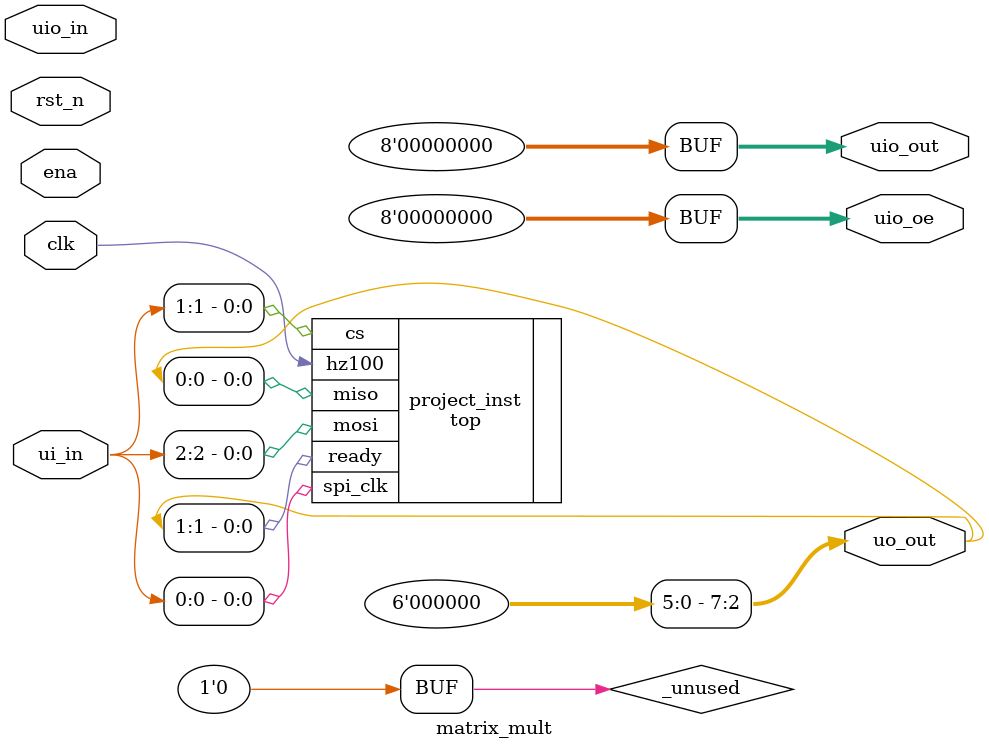
<source format=v>
`default_nettype none

module matrix_mult (
`ifdef USE_POWER_PINS
    inout VPWR,
    inout VGND,
`endif
    input  wire [7:0] ui_in,    // Dedicated inputs
    output wire [7:0] uo_out,   // Dedicated outputs
    input  wire [7:0] uio_in,   // IOs: Input path
    output wire [7:0] uio_out,  // IOs: Output path
    output wire [7:0] uio_oe,   // IOs: Enable path (active high: 0=input, 1=output)
    input  wire       ena,      // always 1 when the design is powered, so you can ignore it
    input  wire       clk,      // clock
    input  wire       rst_n     // reset_n - low to reset
);

  // All output pins must be assigned. If not used, assign to 0.
  assign uo_out[7:2] = '0;
  assign uio_out = '0;
  assign uio_oe  = '0;

  top project_inst(
    // I/O ports
    .hz100(clk),
    .spi_clk(ui_in[0]),
    .cs(ui_in[1]),
    .mosi(ui_in[2]),
    .miso(uo_out[0]),
    .ready(uo_out[1])
    );

  // List all unused inputs to prevent warnings
  wire _unused = &{ena, 1'b0};

endmodule
</source>
